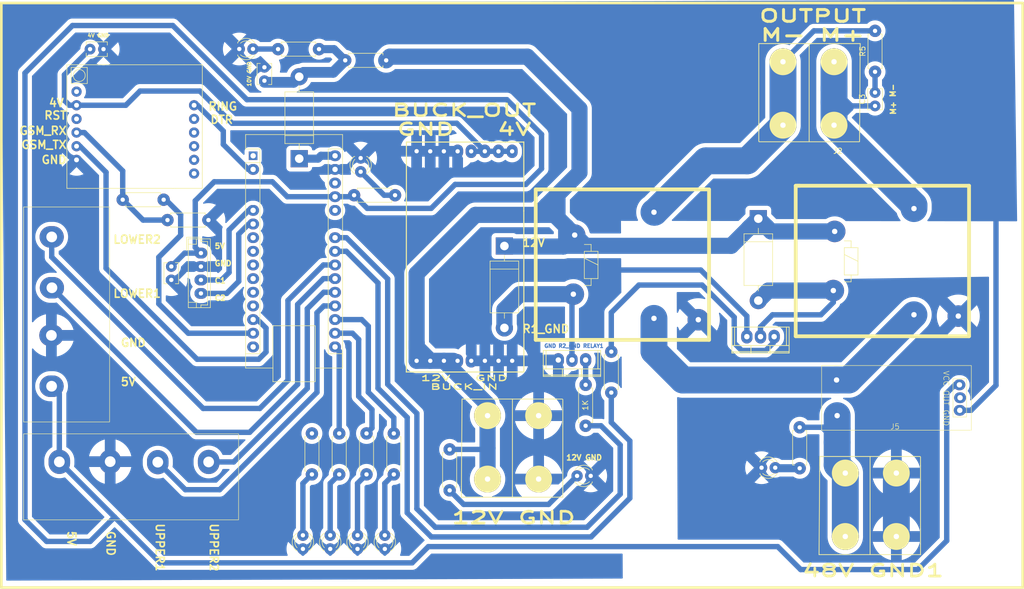
<source format=kicad_pcb>
(kicad_pcb (version 20221018) (generator pcbnew)
  (layers (0 "F.Cu" signal) (31 "B.Cu" signal) (34 "B.Paste" user) (35 "F.Paste" user) (36 "B.SilkS" user "B.Silkscreen") (37 "F.SilkS" user "F.Silkscreen") (38 "B.Mask" user) (39 "F.Mask" user) (44 "Edge.Cuts" user))
  (net 0 "")
  (net 1 "GND")
  (net 2 "/GSM_RX")
  (net 3 "/GSM_TX")
  (net 5 "/C1")
  (net 6 "/C2")
  (net 13 "Net-(A2-D11)")
  (net 15 "/LOWER2")
  (net 16 "/10V_regulated")
  (net 17 "/RELAY1")
  (net 19 "+5V")
  (net 21 "+10V")
  (net 22 "/M+")
  (net 23 "Net-(C3-Pad2)")
  (net 24 "+4V")
  (net 25 "+12V")
  (net 26 "Net-(D4-A)")
  (net 27 "Net-(D5-A)")
  (net 28 "Net-(D6-A)")
  (net 29 "Net-(D7-A)")
  (net 30 "Net-(D8-A)")
  (net 31 "Net-(D9-A)")
  (net 32 "Net-(D10-A)")
  (net 33 "Net-(D11-A)")
  (net 34 "/UPPER1")
  (net 35 "/UPPER2")
  (net 36 "/LOWER1")
  (net 37 "/RELAY2")
  (net 38 "/RST")
  (net 39 "+48V")
  (net 40 "/R1_GND")
  (net 41 "/R2_GND")
  (net 42 "/M-")
  (net 43 "/I1")
  (net 44 "/I2")
  (net 45 "/I3")
  (net 46 "/I4")
  (net 47 "GND1")
  (net 53 "/DTR")
  (net 54 "/RING")
  (net 55 "/+48V_I")
  (net 56 "/OUT")
  (net 57 "Net-(Q1-B)")
  (net 58 "Net-(Q2-B)")
  (footprint "modFiles:LED_D3.0mm" (layer "F.Cu") (at 74.1934 62.7634)
    (fp_text reference "D6" hide)
    (fp_text value "LED" hide)
  )
  (footprint "modFiles:Capacitor_Disc_Small" (layer "F.Cu") (at 61.5442 103.2256 -90)
    (fp_text reference "C6" hide)
    (fp_text value "C_Small" hide)
  )
  (footprint "modFiles:LED_D3.0mm" (layer "F.Cu") (at 101.2698 155.7782 90)
    (fp_text reference "D9" hide)
    (fp_text value "LED" hide)
  )
  (footprint "modFiles:LED_D3.0mm" (layer "F.Cu") (at 96.1898 155.7782 90)
    (fp_text reference "D8" hide)
    (fp_text value "LED" hide)
  )
  (footprint "modFiles:LED_D3.0mm" (layer "F.Cu") (at 96.774 83.058 -90)
    (fp_text reference "D7" hide)
    (fp_text value "LED" hide)
  )
  (footprint "modFiles:Capacitor_Disc_Small" (layer "F.Cu") (at 192.4812 73.3552 90)
    (fp_text reference "C3")
    (fp_text value "C_Small")
  )
  (footprint "modFiles:LED_D3.0mm" (layer "F.Cu") (at 139.578 142.1892 180)
    (fp_text reference "D5" hide)
    (fp_text value "LED" hide)
  )
  (footprint "modFiles:Resistor_small" (layer "F.Cu") (at 89.027 62.7888 180)
    (fp_text reference "R8" hide)
    (fp_text value "220")
  )
  (footprint "modFiles:Diode_Medium" (layer "F.Cu") (at 170.7642 94.3306 -90)
    (fp_text reference "D1" hide)
    (fp_text value "D_Small")
  )
  (footprint "modFiles:Resistor_small" (layer "F.Cu") (at 60.833 94.5896)
    (fp_text reference "R4" hide)
    (fp_text value "2K")
  )
  (footprint "modFiles:Relay_HLS_MEDIUM" (layer "F.Cu") (at 145.0972 102.6318)
    (fp_text reference "Rly2" hide)
    (fp_text value "6V_Relay" hide)
  )
  (footprint "modFiles:Barrier_Terminal_Block" (layer "F.Cu") (at 34.0614 132.1562 90)
    (fp_text reference "J4" hide)
    (fp_text value "Conn_01x04_Pin" hide)
  )
  (footprint "modFiles:Resistor_small" (layer "F.Cu") (at 52.5018 90.805)
    (fp_text reference "R2" hide)
    (fp_text value "1K")
  )
  (footprint "modFiles:LED_D3.0mm" (layer "F.Cu") (at 171.3688 140.6652)
    (fp_text reference "D4" hide)
    (fp_text value "LED" hide)
  )
  (footprint "modFiles:Resistor_small" (layer "F.Cu") (at 138.6332 132.8674 90)
    (fp_text reference "1K")
    (fp_text value "R")
  )
  (footprint "sim800l:SIM800L-CORE" (layer "F.Cu") (at 43.9116 70.6906)
    (fp_text reference "U1" hide)
    (fp_text value "SIM800L-CORE" hide)
  )
  (footprint "modFiles:current sensor" (layer "F.Cu") (at 196.2023 133.5167)
    (fp_text reference "J5")
    (fp_text value "Conn_02x03_Odd_Even")
  )
  (footprint "modFiles:Resistor_small" (layer "F.Cu") (at 92.7862 134.2898 -90)
    (fp_text reference "R12" hide)
    (fp_text value "R_Small" hide)
  )
  (footprint "modFiles:Capacitor_Disc_Small" (layer "F.Cu") (at 46.4258 62.7888)
    (fp_text reference "C5" hide)
    (fp_text value "C_Small" hide)
  )
  (footprint "modFiles:Resistor_small" (layer "F.Cu") (at 113.3348 137.2616 -90)
    (fp_text reference "R7" hide)
    (fp_text value "220")
  )
  (footprint "Module:Arduino_Nano" (layer "F.Cu") (at 76.7688 82.6262)
    (fp_text reference "A2" hide)
    (fp_text value "Arduino_Nano_v2.x" hide)
  )
  (footprint "modFiles:Resistor_small" (layer "F.Cu") (at 95.5548 89.9668)
    (fp_text reference "R9" hide)
    (fp_text value "R_Small" hide)
  )
  (footprint "modFiles:Resistor_small" (layer "F.Cu") (at 97.8662 134.2898 -90)
    (fp_text reference "R10" hide)
    (fp_text value "R_Small" hide)
  )
  (footprint "modFiles:Voltage_Regulators" (layer "F.Cu") (at 136.0932 120.6246 180)
    (fp_text reference "Q2" hide)
    (fp_text value "TIP122" hide)
  )
  (footprint "modFiles:Resistor_small" (layer "F.Cu") (at 93.9038 64.8716)
    (fp_text reference "R1" hide)
    (fp_text value "5 ")
  )
  (footprint "modFiles:Barrier_Terminal_Block" (layer "F.Cu") (at 34.0614 134.366)
    (fp_text reference "J3" hide)
    (fp_text value "Conn_01x04_Pin" hide)
  )
  (footprint "modFiles:LED_D3.0mm" (layer "F.Cu") (at 91.1098 155.7782 90)
    (fp_text reference "D10" hide)
    (fp_text value "LED" hide)
  )
  (footprint "modFiles:Solar_Connector" (layer "F.Cu") (at 180.2279 71.5099 180)
    (fp_text reference "J2")
    (fp_text value "Conn_01x02_Pin" hide)
  )
  (footprint "modFiles:Solar_Connector" (layer "F.Cu") (at 191.5668 147.0914)
    (fp_text reference "J11" hide)
    (fp_text value "Conn_01x02_Pin" hide)
  )
  (footprint "modFiles:Resistor_small" (layer "F.Cu") (at 143.4084 126.6952 90)
    (fp_text reference "R3" hide)
    (fp_text value "1K")
  )
  (footprint "modFiles:Resistor_small" (layer "F.Cu") (at 192.4812 67.0052 90)
    (fp_text reference "R5")
    (fp_text value "R_Small")
  )
  (footprint "modFiles:Solar_Connector" (layer "F.Cu") (at 125.0083 136.4069)
    (fp_text reference "J7" hide)
    (fp_text value "Conn_01x02_Pin" hide)
  )
  (footprint "modFiles:Voltage_Regulators" (layer "F.Cu") (at 171.1706 116.2812 180)
    (fp_text reference "Q1" hide)
    (fp_text value "TIP122" hide)
  )
  (footprint "modFiles:jst_4" (layer "F.Cu") (at 67.056 100.7364 -90)
    (fp_text reference "J8" hide)
    (fp_text value "Conn_01x04" hide)
  )
  (footprint "modFiles:Resistor_small" (layer "F.Cu") (at 87.7062 134.2898 -90)
    (fp_text reference "R13" hide)
    (fp_text value "R_Small" hide)
  )
  (footprint "modFiles:Resistor_small" (layer "F.Cu") (at 102.9462 134.2898 -90)
    (fp_text reference "R11" hide)
    (fp_text value "R_Small" hide)
  )
  (footprint "modFiles:Diode_Medium" (layer "F.Cu") (at 85.344 83.1646 90)
    (fp_text reference "D2" hide)
    (fp_text value "D_Small" hide)
  )
  (footprint "modFiles:Buck_Regulator" (layer "F.Cu") (at 107.188 120.777 90)
    (fp_text reference "U3" hide)
    (fp_text value "Buck" hide)
  )
  (footprint "modFiles:Relay_HLS_MEDIUM" (layer "F.Cu") (at 193.4718 101.9556)
    (fp_text reference "Rly1" hide)
    (fp_text value "6V_Relay" hide)
  )
  (footprint "modFiles:Diode_Medium" (layer "F.Cu") (at 123.5202 99.4156 -90)
    (fp_text reference "D3" hide)
    (fp_text value "D_Small" hide)
  )
  (footprint "modFiles:Resistor_small" (layer "F.Cu") (at 178.4604 133.1468 -90)
    (fp_text reference "R6" hide)
    (fp_text value "220")
  )
  (footprint "modFiles:LED_D3.0mm" (layer "F.Cu") (at 86.0298 155.7782 90)
    (fp_text reference "D11" hide)
    (fp_text value "LED" hide)
  )
  (footprint "modFiles:Capacitor_Disc_Small" (layer "F.Cu") (at 78.867 68.6616 90)
    (fp_text reference "C4" hide)
    (fp_text value "C_Small" hide)
  )
  (gr_rect (start 29.9212 54.2036) (end 219.964 162.9664) (stroke (width 0.5)) (fill none) (layer "F.SilkS"))
  (gr_text "GND	R2_GND RELAY1" (at 130.8608 118.4148) (layer "B.Cu") (effects (font (size 0.7 0.7) (thickness 0.175) bold) (justify left bottom)))
  (gr_text "5V \n\nGND\n\nC1\n\nC2" (at 69.4944 109.6772) (layer "F.SilkS") (effects (font (size 1 1) (thickness 0.25) bold) (justify left bottom)))
  (gr_text "4V GND" (at 45.8724 60.6552) (layer "F.SilkS") (effects (font (size 0.7 0.7) (thickness 0.175) bold) (justify left bottom)))
  (gr_text "GSM_TX" (at 33.4772 81.4578) (layer "F.SilkS") (effects (font (size 1.5 1.5) (thickness 0.3) bold) (justify left bottom)))
  (gr_text "12V GND" (at 134.8994 139.3698) (layer "F.SilkS") (effects (font (size 1 1) (thickness 0.25) bold) (justify left bottom)))
  (gr_text "12V   GND\nBUCK_IN" (at 116.0526 124.8156) (layer "F.SilkS") (effects (font (size 1 2) (thickness 0.25) bold)))
  (gr_text "BUCK_OUT\nGND   4V" (at 116.0272 75.946) (layer "F.SilkS") (effects (font (size 2.2 3.5) (thickness 0.5) bold)))
  (gr_text "RING" (at 68.2752 74.3204) (layer "F.SilkS") (effects (font (size 1.5 1.5) (thickness 0.3) bold) (justify left bottom)))
  (gr_text "OUTPUT\nM- M+" (at 180.8734 58.3946) (layer "F.SilkS") (effects (font (size 2.2 3.5) (thickness 0.55) bold)))
  (gr_text "GSM_RX" (at 33.1216 78.8416) (layer "F.SilkS") (effects (font (size 1.5 1.5) (thickness 0.3) bold) (justify left bottom)))
  (gr_text "M-" (at 196.3928 71.8312 90) (layer "F.SilkS") (effects (font (size 1 1) (thickness 0.25) bold) (justify left bottom)))
  (gr_text "M+" (at 196.4436 75.1078 90) (layer "F.SilkS") (effects (font (size 1 1) (thickness 0.25) bold) (justify left bottom)))
  (gr_text "LOWER1" (at 50.5968 109.1438) (layer "F.SilkS") (effects (font (size 1.5 1.5) (thickness 0.3) bold) (justify left bottom)))
  (gr_text "4V" (at 38.608 73.66) (layer "F.SilkS") (effects (font (size 1.5 1.5) (thickness 0.3) bold) (justify left bottom)))
  (gr_text "RST" (at 37.7444 75.9968) (layer "F.SilkS") (effects (font (size 1.5 1.5) (thickness 0.3) bold) (justify left bottom)))
  (gr_text "GND" (at 49.403 152.273 -90) (layer "F.SilkS") (effects (font (size 1.5 1.5) (thickness 0.3) bold) (justify left bottom)))
  (gr_text "5V\n\n" (at 39.7002 152.273 -90) (layer "F.SilkS") (effects (font (size 1.5 1.5) (thickness 0.3) bold) (justify left bottom)))
  (gr_text "GND" (at 37.2364 84.2518) (layer "F.SilkS") (effects (font (size 1.5 1.5) (thickness 0.3) bold) (justify left bottom)))
  (gr_text "5V\n\n" (at 51.9938 127.9906) (layer "F.SilkS") (effects (font (size 1.5 1.5) (thickness 0.3) bold) (justify left bottom)))
  (gr_text "UPPER1" (at 58.547 150.876 270) (layer "F.SilkS") (effects (font (size 1.5 1.5) (thickness 0.3) bold) (justify left bottom)))
  (gr_text "12V GND" (at 113.411 151.257) (layer "F.SilkS") (effects (font (size 2.2 3.5) (thickness 0.5) bold) (justify left bottom)))
  (gr_text "\n" (at 37.719 76.581) (layer "F.SilkS") (effects (font (size 1.5 1.5) (thickness 0.3) bold) (justify left bottom)))
  (gr_text "12V\n" (at 126.6952 99.6696) (layer "F.SilkS") (effects (font (size 1.5 1.5) (thickness 0.3) bold) (justify left bottom)))
  (gr_text "10V GND" (at 76.454 69.8246 90) (layer "F.SilkS") (effects (font (size 0.7 0.7) (thickness 0.175) bold) (justify left bottom)))
  (gr_text "GND" (at 51.9938 118.2878) (layer "F.SilkS") (effects (font (size 1.5 1.5) (thickness 0.3) bold) (justify left bottom)))
  (gr_text "DTR" (at 68.6562 76.7842) (layer "F.SilkS") (effects (font (size 1.5 1.5) (thickness 0.3) bold) (justify left bottom)))
  (gr_text "R1_GND" (at 126.6952 115.7224) (layer "F.SilkS") (effects (font (size 1.5 1.5) (thickness 0.3) bold) (justify left bottom)))
  (gr_text "UPPER2" (at 68.6054 150.876 270) (layer "F.SilkS") (effects (font (size 1.5 1.5) (thickness 0.3) bold) (justify left bottom)))
  (gr_text "48V GND1" (at 178.6128 161.1122) (layer "F.SilkS") (effects (font (size 2.2 3.5) (thickness 0.5) bold) (justify left bottom)))
  (gr_text "LOWER2\n" (at 50.5968 99.0854) (layer "F.SilkS") (effects (font (size 1.5 1.5) (thickness 0.3) bold) (justify left bottom)))
  (segment (start 168.6306 112.465616) (end 160.050984 103.886) (width 1) (layer "B.Cu") (net 1))
  (segment (start 160.050984 103.886) (end 120.746016 103.886) (width 1) (layer "B.Cu") (net 1))
  (segment (start 214.9856 125.3434) (end 214.9856 90.7288) (width 1) (layer "B.Cu") (net 1))
  (segment (start 208.2423 129.9867) (end 210.3423 129.9867) (width 1) (layer "B.Cu") (net 1))
  (segment (start 120.746016 103.886) (end 117.348 107.284016) (width 1) (layer "B.Cu") (net 1))
  (segment (start 168.6306 116.2812) (end 168.6306 112.465616) (width 1) (layer "B.Cu") (net 1))
  (segment (start 214.9856 90.7288) (end 212.3186 88.0618) (width 1) (layer "B.Cu") (net 1))
  (segment (start 117.348 107.284016) (end 117.348 120.777) (width 1) (layer "B.Cu") (net 1))
  (segment (start 210.3423 129.9867) (end 214.9856 125.3434) (width 1) (layer "B.Cu") (net 1))
  (segment (start 56.2864 94.5896) (end 60.833 94.5896) (width 1) (layer "B.Cu") (net 2))
  (segment (start 52.5018 85.4456) (end 45.3668 78.3106) (width 1) (layer "B.Cu") (net 2))
  (segment (start 45.3668 78.3106) (end 43.9116 78.3106) (width 1) (layer "B.Cu") (net 2))
  (segment (start 52.5018 90.805) (end 52.5018 85.4456) (width 1) (layer "B.Cu") (net 2))
  (segment (start 52.5018 90.805) (end 56.2864 94.5896) (width 1) (layer "B.Cu") (net 2))
  (segment (start 66.3334 120.4862) (end 77.821491 120.4862) (width 1) (layer "B.Cu") (net 3))
  (segment (start 77.821491 120.4862) (end 79.1688 119.138891) (width 1) (layer "B.Cu") (net 3))
  (segment (start 49.403 103.5558) (end 66.3334 120.4862) (width 1) (layer "B.Cu") (net 3))
  (segment (start 43.9116 80.8506) (end 44.553581 80.8506) (width 1) (layer "B.Cu") (net 3))
  (segment (start 49.403 85.700019) (end 49.403 103.5558) (width 1) (layer "B.Cu") (net 3))
  (segment (start 79.1688 119.138891) (end 79.1688 114.693509) (width 1) (layer "B.Cu") (net 3))
  (segment (start 44.553581 80.8506) (end 49.403 85.700019) (width 1) (layer "B.Cu") (net 3))
  (segment (start 79.1688 114.693509) (end 77.581491 113.1062) (width 1) (layer "B.Cu") (net 3))
  (segment (start 77.581491 113.1062) (end 76.7688 113.1062) (width 1) (layer "B.Cu") (net 3))
  (segment (start 72.2918 96.444925) (end 75.950525 92.7862) (width 1) (layer "B.Cu") (net 5))
  (segment (start 75.950525 92.7862) (end 76.7688 92.7862) (width 1) (layer "B.Cu") (net 5))
  (segment (start 67.056 105.7364) (end 70.8952 105.7364) (width 1) (layer "B.Cu") (net 5))
  (segment (start 70.8952 105.7364) (end 72.2918 104.3398) (width 1) (layer "B.Cu") (net 5))
  (segment (start 76.7688 93.0262) (end 76.7688 92.7862) (width 1) (layer "B.Cu") (net 5))
  (segment (start 72.2918 104.3398) (end 72.2918 96.444925) (width 1) (layer "B.Cu") (net 5))
  (segment (start 71.8496 108.2364) (end 67.056 108.2364) (width 1) (layer "B.Cu") (net 6))
  (segment (start 76.7688 95.3262) (end 75.956109 95.3262) (width 1) (layer "B.Cu") (net 6))
  (segment (start 74.0918 97.190509) (end 74.0918 105.9942) (width 1) (layer "B.Cu") (net 6))
  (segment (start 75.956109 95.3262) (end 74.0918 97.190509) (width 1) (layer "B.Cu") (net 6))
  (segment (start 74.0918 105.9942) (end 71.8496 108.2364) (width 1) (layer "B.Cu") (net 6))
  (segment (start 60.513224 90.805) (end 63.283 93.574776) (width 1) (layer "B.Cu") (net 13))
  (segment (start 63.283 97.4228) (end 59.2188 101.487) (width 1) (layer "B.Cu") (net 13))
  (segment (start 63.283 93.574776) (end 63.283 97.4228) (width 1) (layer "B.Cu") (net 13))
  (segment (start 59.2188 101.487) (end 59.2188 110.1712) (width 1) (layer "B.Cu") (net 13))
  (segment (start 59.2188 110.1712) (end 64.6938 115.6462) (width 1) (layer "B.Cu") (net 13))
  (segment (start 64.6938 115.6462) (end 76.7688 115.6462) (width 1) (layer "B.Cu") (net 13))
  (segment (start 60.1218 90.805) (end 60.513224 90.805) (width 1) (layer "B.Cu") (net 13))
  (segment (start 78.012048 129.6416) (end 67.4624 129.6416) (width 1) (layer "B.Cu") (net 15))
  (segment (start 39.2914 101.4706) (end 39.2914 97.7262) (width 1) (layer "B.Cu") (net 15))
  (segment (start 92.0088 102.9462) (end 89.847632 102.9462) (width 1) (layer "B.Cu") (net 15))
  (segment (start 67.4624 129.6416) (end 39.2914 101.4706) (width 1) (layer "B.Cu") (net 15))
  (segment (start 83.246 109.547832) (end 83.246 124.407648) (width 1) (layer "B.Cu") (net 15))
  (segment (start 83.246 124.407648) (end 78.012048 129.6416) (width 1) (layer "B.Cu") (net 15))
  (segment (start 89.847632 102.9462) (end 83.246 109.547832) (width 1) (layer "B.Cu") (net 15))
  (segment (start 88.8492 83.1646) (end 85.344 83.1646) (width 1.5) (layer "B.Cu") (net 16))
  (segment (start 89.3876 82.6262) (end 88.8492 83.1646) (width 1.5) (layer "B.Cu") (net 16))
  (segment (start 92.0088 82.6262) (end 89.3876 82.6262) (width 1.5) (layer "B.Cu") (net 16))
  (segment (start 100.0032 106.3006) (end 100.0032 125.8858) (width 1) (layer "B.Cu") (net 17))
  (segment (start 100.0032 125.8858) (end 105.4354 131.318) (width 1) (layer "B.Cu") (net 17))
  (segment (start 146.8628 146.3294) (end 146.8628 135.684616) (width 1) (layer "B.Cu") (net 17))
  (segment (start 92.0088 100.4062) (end 94.1088 100.4062) (width 1) (layer "B.Cu") (net 17))
  (segment (start 143.4084 132.230216) (end 143.4084 126.6952) (width 1) (layer "B.Cu") (net 17))
  (segment (start 94.1088 100.4062) (end 100.0032 106.3006) (width 1) (layer "B.Cu") (net 17))
  (segment (start 139.6458 153.5464) (end 146.8628 146.3294) (width 1) (layer "B.Cu") (net 17))
  (segment (start 105.4354 149.0472) (end 109.9346 153.5464) (width 1) (layer "B.Cu") (net 17))
  (segment (start 105.4354 131.318) (end 105.4354 149.0472) (width 1) (layer "B.Cu") (net 17))
  (segment (start 109.9346 153.5464) (end 139.6458 153.5464) (width 1) (layer "B.Cu") (net 17))
  (segment (start 146.8628 135.684616) (end 143.4084 132.230216) (width 1) (layer "B.Cu") (net 17))
  (segment (start 40.7114 126.9462) (end 39.2714 125.5062) (width 1) (layer "B.Cu") (net 19))
  (segment (start 123.9774 72.1868) (end 75.6158 72.1868) (width 1) (layer "B.Cu") (net 19))
  (segment (start 61.5442 103.2256) (end 64.0334 100.7364) (width 1) (layer "B.Cu") (net 19))
  (segment (start 61.8236 58.3946) (end 43.1546 58.3946) (width 1) (layer "B.Cu") (net 19))
  (segment (start 207.349609 125.2467) (end 205.8162 126.780109) (width 1) (layer "B.Cu") (net 19))
  (segment (start 80.3404 87.4662) (end 83.1204 90.2462) (width 1) (layer "B.Cu") (net 19))
  (segment (start 98.0048 92.4168) (end 109.8942 92.4168) (width 1) (layer "B.Cu") (net 19))
  (segment (start 83.1204 90.2462) (end 92.0088 90.2462) (width 1) (layer "B.Cu") (net 19))
  (segment (start 66.003 90.9944) (end 69.5312 87.4662) (width 1) (layer "B.Cu") (net 19))
  (segment (start 75.6158 72.1868) (end 61.8236 58.3946) (width 1) (layer "B.Cu") (net 19))
  (segment (start 95.5548 89.9668) (end 98.0048 92.4168) (width 1) (layer "B.Cu") (net 19))
  (segment (start 34.3154 150.3426) (end 38.354 154.3812) (width 1) (layer "B.Cu") (net 19))
  (segment (start 59.5044 158.369) (end 50.9866 149.8512) (width 1) (layer "B.Cu") (net 19))
  (segment (start 50.9866 149.8512) (end 40.7114 139.576) (width 1) (layer "B.Cu") (net 19))
  (segment (start 95.2754 90.2462) (end 95.5548 89.9668) (width 1) (layer "B.Cu") (net 19))
  (segment (start 109.8942 92.4168) (end 114.3508 87.9602) (width 1) (layer "B.Cu") (net 19))
  (segment (start 40.7114 139.576) (end 40.7114 126.9462) (width 1) (layer "B.Cu") (net 19))
  (segment (start 92.0088 90.2462) (end 95.2754 90.2462) (width 1) (layer "B.Cu") (net 19))
  (segment (start 127.508 87.9602) (end 130.429 85.0392) (width 1) (layer "B.Cu") (net 19))
  (segment (start 208.1823 125.2467) (end 207.349609 125.2467) (width 1) (layer "B.Cu") (net 19))
  (segment (start 34.3154 67.2338) (end 34.3154 150.3426) (width 1) (layer "B.Cu") (net 19))
  (segment (start 69.5312 87.4662) (end 80.3404 87.4662) (width 1) (layer "B.Cu") (net 19))
  (segment (start 66.003 99.6834) (end 66.003 90.9944) (width 1) (layer "B.Cu") (net 19))
  (segment (start 46.4566 154.3812) (end 50.9866 149.8512) (width 1) (layer "B.Cu") (net 19))
  (segment (start 64.0334 100.7364) (end 67.056 100.7364) (width 1) (layer "B.Cu") (net 19))
  (segment (start 130.429 85.0392) (end 130.429 78.6384) (width 1) (layer "B.Cu") (net 19))
  (segment (start 106.3498 158.369) (end 59.5044 158.369) (width 1) (layer "B.Cu") (net 19))
  (segment (start 114.3508 87.9602) (end 127.508 87.9602) (width 1) (layer "B.Cu") (net 19))
  (segment (start 205.8162 154.2542) (end 200.4568 159.6136) (width 1) (layer "B.Cu") (net 19))
  (segment (start 43.1546 58.3946) (end 34.3154 67.2338) (width 1) (layer "B.Cu") (net 19))
  (segment (start 130.429 78.6384) (end 123.9774 72.1868) (width 1) (layer "B.Cu") (net 19))
  (segment (start 205.8162 126.780109) (end 205.8162 154.2542) (width 1) (layer "B.Cu") (net 19))
  (segment (start 67.056 100.7364) (end 66.003 99.6834) (width 1) (layer "B.Cu") (net 19))
  (segment (start 178.6382 159.6136) (end 174.371 155.3464) (width 1) (layer "B.Cu") (net 19))
  (segment (start 38.354 154.3812) (end 46.4566 154.3812) (width 1) (layer "B.Cu") (net 19))
  (segment (start 109.3724 155.3464) (end 106.3498 158.369) (width 1) (layer "B.Cu") (net 19))
  (segment (start 200.4568 159.6136) (end 178.6382 159.6136) (width 1) (layer "B.Cu") (net 19))
  (segment (start 174.371 155.3464) (end 109.3724 155.3464) (width 1) (layer "B.Cu") (net 19))
  (segment (start 86.1618 67.1068) (end 85.344 67.9246) (width 2) (layer "B.Cu") (net 21))
  (segment (start 91.821 62.7888) (end 93.9038 64.8716) (width 1.5) (layer "B.Cu") (net 21))
  (segment (start 89.027 62.7888) (end 91.821 62.7888) (width 1.5) (layer "B.Cu") (net 21))
  (segment (start 85.344 67.9246) (end 84.307 68.9616) (width 2) (layer "B.Cu") (net 21))
  (segment (start 84.307 68.9616) (end 78.867 68.9616) (width 2) (layer "B.Cu") (net 21))
  (segment (start 93.9038 64.8716) (end 91.6686 67.1068) (width 2) (layer "B.Cu") (net 21))
  (segment (start 91.6686 67.1068) (end 86.1618 67.1068) (width 2) (layer "B.Cu") (net 21))
  (segment (start 187.452 73.3552) (end 187.4266 73.3806) (width 1) (layer "B.Cu") (net 22))
  (segment (start 184.8505 70.1294) (end 184.8505 65.1363) (width 5) (layer "B.Cu") (net 22))
  (segment (start 187.96 73.3552) (end 187.96 73.2389) (width 1) (layer "B.Cu") (net 22))
  (segment (start 192.4812 73.3552) (end 187.96 73.3552) (width 1) (layer "B.Cu") (net 22))
  (segment (start 199.7218 91.8076) (end 184.8505 76.9363) (width 5) (layer "B.Cu") (net 22))
  (segment (start 184.8505 76.9363) (end 184.8505 72.644) (width 5) (layer "B.Cu") (net 22))
  (segment (start 187.96 73.3552) (end 187.452 73.3552) (width 1) (layer "B.Cu") (net 22))
  (segment (start 187.96 73.3552) (end 187.96 73.8268) (width 1) (layer "B.Cu") (net 22))
  (segment (start 199.7218 92.4556) (end 199.7218 91.8076) (width 5) (layer "B.Cu") (net 22))
  (segment (start 187.96 73.2389) (end 184.8505 70.1294) (width 1) (layer "B.Cu") (net 22))
  (segment (start 187.96 73.8268) (end 184.8505 76.9363) (width 1) (layer "B.Cu") (net 22))
  (segment (start 184.8505 72.644) (end 184.8505 70.1294) (width 5) (layer "B.Cu") (net 22))
  (segment (start 192.4812 67.0052) (end 192.4812 70.8552) (width 1) (layer "B.Cu") (net 23))
  (segment (start 43.9116 73.2306) (end 42.568098 73.2306) (width 1) (layer "B.Cu") (net 24))
  (segment (start 53.0836 73.2306) (end 55.7276 70.5866) (width 1) (layer "B.Cu") (net 24))
  (segment (start 42.568098 73.2306) (end 41.6616 72.324102) (width 1) (layer "B.Cu") (net 24))
  (segment (start 117.338 81.797) (end 124.958 81.797) (width 1) (layer "B.Cu") (net 24))
  (segment (start 114.662 76.581) (end 119.878 81.797) (width 1) (layer "B.Cu") (net 24))
  (segment (start 41.6616 67.553) (end 46.4258 62.7888) (width 1) (layer "B.Cu") (net 24))
  (segment (start 66.8528 70.5866) (end 72.8472 76.581) (width 1) (layer "B.Cu") (net 24))
  (segment (start 72.8472 76.581) (end 114.662 76.581) (width 1) (layer "B.Cu") (net 24))
  (segment (start 41.6616 72.324102) (end 41.6616 67.553) (width 1) (layer "B.Cu") (net 24))
  (segment (start 43.9116 73.2306) (end 53.0836 73.2306) (width 1) (layer "B.Cu") (net 24))
  (segment (start 55.7276 70.5866) (end 66.8528 70.5866) (width 1) (layer "B.Cu") (net 24))
  (segment (start 113.3348 137.2616) (end 120.1571 137.2616) (width 1) (layer "B.Cu") (net 25))
  (segment (start 131.4069 91.8337) (end 133.4008 89.8398) (width 3) (layer "B.Cu") (net 25))
  (segment (start 118.1354 93.6244) (end 129.6162 93.6244) (width 3) (layer "B.Cu") (net 25))
  (segment (start 120.3857 128.8947) (end 112.268 120.777) (width 3) (layer "B.Cu") (net 25))
  (segment (start 137.4902 85.7504) (end 137.4902 73.8886) (width 3) (layer "B.Cu") (net 25))
  (segment (start 102.2096 64.1858) (end 101.5238 64.8716) (width 3) (layer "B.Cu") (net 25))
  (segment (start 133.4008 89.8398) (end 137.4902 85.7504) (width 3) (layer "B.Cu") (net 25))
  (segment (start 173.1392 96.7056) (end 172.3034 95.8698) (width 3) (layer "B.Cu") (net 25))
  (segment (start 172.3034 95.8698) (end 170.7642 94.3306) (width 3) (layer "B.Cu") (net 25))
  (segment (start 131.4069 92.1915) (end 131.4069 91.8337) (width 3) (layer "B.Cu") (net 25))
  (segment (start 134.4618 99.5172) (end 123.6218 99.5172) (width 3) (layer "B.Cu") (net 25))
  (segment (start 123.6218 99.5172) (end 123.5202 99.4156) (width 3) (layer "B.Cu") (net 25))
  (segment (start 107.188 120.777) (end 107.188 117.3988) (width 3) (layer "B.Cu") (net 25))
  (segment (start 138.5972 99.3818) (end 165.713 99.3818) (width 3) (layer "B.Cu") (net 25))
  (segment (start 168.9583 96.1365) (end 169.225 95.8698) (width 3) (layer "B.Cu") (net 25))
  (segment (start 133.4008 93.6752) (end 133.35 93.6244) (width 3) (layer "B.Cu") (net 25))
  (segment (start 107.188 117.3988) (end 107.188 118.237) (width 3) (layer "B.Cu") (net 25))
  (segment (start 169.225 95.8698) (end 172.3034 95.8698) (width 3) (layer "B.Cu") (net 25))
  (segment (start 107.188 104.5718) (end 118.1354 93.6244) (width 3) (layer "B.Cu") (net 25))
  (segment (start 134.5972 99.3818) (end 138.5972 99.3818) (width 3) (layer "B.Cu") (net 25))
  (segment (start 133.4008 93.6752) (end 133.4008 89.8398) (width 3) (layer "B.Cu") (net 25))
  (segment (start 107.188 118.237) (end 109.728 120.777) (width 3) (layer "B.Cu") (net 25))
  (segment (start 134.4618 99.5172) (end 134.5972 99.3818) (width 3) (layer "B.Cu") (net 25))
  (segment (start 136.5972 97.3818) (end 134.9999 95.7845) (width 3) (layer "B.Cu") (net 25))
  (segment (start 107.188 120.777) (end 114.023 120.777) (width 3) (layer "B.Cu") (net 25))
  (segment (start 137.4902 73.8886) (end 127.7874 64.1858) (width 3) (layer "B.Cu") (net 25))
  (segment (start 165.713 99.3818) (end 168.9583 96.1365) (width 3) (layer "B.Cu") (net 25))
  (segment (start 107.188 117.3988) (end 107.188 104.5718) (width 3) (layer "B.Cu") (net 25))
  (segment (start 129.6162 93.6244) (end 131.4069 91.8337) (width 3) (layer "B.Cu") (net 25))
  (segment (start 134.9999 95.7845) (end 135.0108 95.7954) (width 3) (layer "B.Cu") (net 25))
  (segment (start 184.9718 96.7056) (end 173.1392 96.7056) (width 3) (layer "B.Cu") (net 25))
  (segment (start 120.3857 137.033) (end 120.3857 142.7805) (width 3) (layer "B.Cu") (net 25))
  (segment (start 134.9999 95.7845) (end 133.1457 93.9303) (width 3) (layer "B.Cu") (net 25))
  (segment (start 168.9583 96.1365) (end 170.7642 94.3306) (width 3) (layer "B.Cu") (net 25))
  (segment (start 136.5972 97.3818) (end 135.0108 98.9682) (width 3) (layer "B.Cu") (net 25))
  (segment (start 120.3857 130.9805) (end 120.3857 128.8947) (width 3) (layer "B.Cu") (net 25))
  (segment (start 133.35 93.6244) (end 129.6162 93.6244) (width 3) (layer "B.Cu") (net 25))
  (segment (start 135.0108 98.9682) (end 134.4618 99.5172) (width 3) (layer "B.Cu") (net 25))
  (segment (start 127.7874 64.1858) (end 102.2096 64.1858) (width 3) (layer "B.Cu") (net 25))
  (segment (start 120.3857 130.9805) (end 120.3857 137.033) (width 3) (layer "B.Cu") (net 25))
  (segment (start 136.5972 97.3818) (end 138.5972 99.3818) (width 3) (layer "B.Cu") (net 25))
  (segment (start 133.1457 93.9303) (end 131.4069 92.1915) (width 3) (layer "B.Cu") (net 25))
  (segment (start 133.1457 93.9303) (end 133.4008 93.6752) (width 3) (layer "B.Cu") (net 25))
  (segment (start 135.0108 95.7954) (end 135.0108 98.9682) (width 3) (layer "B.Cu") (net 25))
  (segment (start 120.1571 137.2616) (end 120.3857 137.033) (width 1) (layer "B.Cu") (net 25))
  (segment (start 174.0704 140.7668) (end 173.9688 140.6652) (width 1.5) (layer "B.Cu") (net 26))
  (segment (start 178.4604 140.7668) (end 174.0704 140.7668) (width 1.5) (layer "B.Cu") (net 26))
  (segment (start 131.7294 147.4978) (end 137.038 142.1892) (width 1) (layer "B.Cu") (net 27))
  (segment (start 113.3348 144.8816) (end 115.951 147.4978) (width 1) (layer "B.Cu") (net 27))
  (segment (start 115.951 147.4978) (end 131.7294 147.4978) (width 1) (layer "B.Cu") (net 27))
  (segment (start 76.7334 62.7634) (end 81.3816 62.7634) (width 1) (layer "B.Cu") (net 28))
  (segment (start 81.3816 62.7634) (end 81.407 62.7888) (width 1) (layer "B.Cu") (net 28))
  (segment (start 101.1428 89.9668) (end 96.774 85.598) (width 1) (layer "B.Cu") (net 29))
  (segment (start 103.1748 89.9668) (end 101.1428 89.9668) (width 1) (layer "B.Cu") (net 29))
  (segment (start 96.1898 153.2382) (end 96.1898 143.5862) (width 1) (layer "B.Cu") (net 30))
  (segment (start 96.1898 143.5862) (end 97.8662 141.9098) (width 1) (layer "B.Cu") (net 30))
  (segment (start 101.2698 143.5862) (end 102.9462 141.9098) (width 1) (layer "B.Cu") (net 31))
  (segment (start 101.2698 153.2382) (end 101.2698 143.5862) (width 1) (layer "B.Cu") (net 31))
  (segment (start 91.1098 153.2382) (end 91.1098 143.5862) (width 1) (layer "B.Cu") (net 32))
  (segment (start 91.1098 143.5862) (end 92.7862 141.9098) (width 1) (layer "B.Cu") (net 32))
  (segment (start 86.0298 153.2382) (end 86.0298 143.5862) (width 1) (layer "B.Cu") (net 33))
  (segment (start 86.0298 143.5862) (end 87.7062 141.9098) (width 1) (layer "B.Cu") (net 33))
  (segment (start 92.0088 108.0262) (end 89.9088 108.0262) (width 1) (layer "B.Cu") (net 34))
  (segment (start 73.148816 139.596) (end 68.4914 139.596) (width 1) (layer "B.Cu") (net 34))
  (segment (start 89.9088 108.0262) (end 86.846 111.089) (width 1) (layer "B.Cu") (net 34))
  (segment (start 86.846 111.089) (end 86.846 125.898816) (width 1) (layer "B.Cu") (net 34))
  (segment (start 86.846 125.898816) (end 73.148816 139.596) (width 1) (layer "B.Cu") (net 34))
  (segment (start 64.15 144.7546) (end 59.0314 139.636) (width 1) (layer "B.Cu") (net 35))
  (segment (start 70.5358 144.7546) (end 64.15 144.7546) (width 1) (layer "B.Cu") (net 35))
  (segment (start 88.646 126.6444) (end 70.5358 144.7546) (width 1) (layer "B.Cu") (net 35))
  (segment (start 88.646 111.834584) (end 88.646 126.6444) (width 1) (layer "B.Cu") (net 35))
  (segment (start 89.914384 110.5662) (end 88.646 111.834584) (width 1) (layer "B.Cu") (net 35))
  (segment (start 92.0088 110.5662) (end 89.914384 110.5662) (width 1) (layer "B.Cu") (net 35))
  (segment (start 66.2318 134.0866) (end 39.3314 107.1862) (width 1) (layer "B.Cu") (net 36))
  (segment (start 89.853216 105.4862) (end 85.046 110.293416) (width 1) (layer "B.Cu") (net 36))
  (segment (start 85.046 110.293416) (end 85.046 125.153232) (width 1) (layer "B.Cu") (net 36))
  (segment (start 85.046 125.153232) (end 76.112632 134.0866) (width 1) (layer "B.Cu") (net 36))
  (segment (start 92.0088 105.4862) (end 89.853216 105.4862) (width 1) (layer "B.Cu") (net 36))
  (segment (start 76.112632 134.0866) (end 66.2318 134.0866) (width 1) (layer "B.Cu") (net 36))
  (segment (start 141.5 132.8674) (end 138.6332 132.8674) (width 1) (layer "B.Cu") (net 37))
  (segment (start 145.0628 136.4302) (end 141.5 132.8674) (width 1) (layer "B.Cu") (net 37))
  (segment (start 101.8032 105.555016) (end 101.8032 125.140216) (width 1) (layer "B.Cu") (net 37))
  (segment (start 101.8032 125.140216) (end 107.2354 130.572416) (width 1) (layer "B.Cu") (net 37))
  (segment (start 138.900216 151.7464) (end 145.0628 145.583816) (width 1) (layer "B.Cu") (net 37))
  (segment (start 110.680184 151.7464) (end 138.900216 151.7464) (width 1) (layer "B.Cu") (net 37))
  (segment (start 107.2354 148.301616) (end 110.680184 151.7464) (width 1) (layer "B.Cu") (net 37))
  (segment (start 145.0628 145.583816) (end 145.0628 136.4302) (width 1) (layer "B.Cu") (net 37))
  (segment (start 92.0088 97.8662) (end 94.114384 97.8662) (width 1) (layer "B.Cu") (net 37))
  (segment (start 94.114384 97.8662) (end 101.8032 105.555016) (width 1) (layer "B.Cu") (net 37))
  (segment (start 107.2354 130.572416) (end 107.2354 148.301616) (width 1) (layer "B.Cu") (net 37))
  (segment (start 185.4323 135.9662) (end 185.4323 133.4516) (width 5) (layer "B.Cu") (net 39))
  (segment (start 178.4604 133.1468) (end 182.7784 133.1468) (width 1) (layer "B.Cu") (net 39))
  (segment (start 186.9442 141.665) (end 185.4323 140.1531) (width 5) (layer "B.Cu") (net 39))
  (segment (start 182.7784 133.3123) (end 185.4323 135.9662) (width 1) (layer "B.Cu") (net 39))
  (segment (start 185.4323 133.4516) (end 185.4323 130.9767) (width 5) (layer "B.Cu") (net 39))
  (segment (start 186.9442 153.465) (end 186.9442 141.665) (width 5) (layer "B.Cu") (net 39))
  (segment (start 182.7784 133.1468) (end 182.7784 133.3123) (width 1) (layer "B.Cu") (net 39))
  (segment (start 185.1275 133.1468) (end 185.4323 133.4516) (width 1) (layer "B.Cu") (net 39))
  (segment (start 182.7784 133.1468) (end 185.1275 133.1468) (width 1) (layer "B.Cu") (net 39))
  (segment (start 185.4323 140.1531) (end 185.4323 135.9662) (width 5) (layer "B.Cu") (net 39))
  (segment (start 171.1706 116.2812) (end 171.1706 114.4512) (width 1) (layer "B.Cu") (net 40))
  (segment (start 172.6292 107.7056) (end 170.7642 109.5706) (width 3) (layer "B.Cu") (net 40))
  (segment (start 184.7218 109.8928) (end 184.7218 107.7056) (width 1) (layer "B.Cu") (net 40))
  (segment (start 171.1706 114.4512) (end 173.4046 112.2172) (width 1) (layer "B.Cu") (net 40))
  (segment (start 182.3974 112.2172) (end 184.7218 109.8928) (width 1) (layer "B.Cu") (net 40))
  (segment (start 184.7218 107.7056) (end 172.6292 107.7056) (width 3) (layer "B.Cu") (net 40))
  (segment (start 173.4046 112.2172) (end 182.3974 112.2172) (width 1) (layer "B.Cu") (net 40))
  (segment (start 136.0932 120.6246) (end 136.0932 108.6358) (width 1) (layer "B.Cu") (net 41))
  (segment (start 126.4108 108.3818) (end 123.5202 111.2724) (width 3) (layer "B.Cu") (net 41))
  (segment (start 123.5202 111.2724) (end 123.5202 114.6556) (width 3) (layer "B.Cu") (net 41))
  (segment (start 136.3472 108.3818) (end 126.4108 108.3818) (width 3) (layer "B.Cu") (net 41))
  (segment (start 136.0932 108.6358) (end 136.3472 108.3818) (width 1) (layer "B.Cu") (net 41))
  (segment (start 151.3472 93.1318) (end 151.4448 93.1318) (width 5) (layer "B.Cu") (net 42))
  (segment (start 151.4448 93.1318) (end 161.0106 83.566) (width 5) (layer "B.Cu") (net 42))
  (segment (start 161.0106 83.566) (end 168.7208 83.566) (width 5) (layer "B.Cu") (net 42))
  (segment (start 192.4812 59.3852) (end 181.1016 59.3852) (width 1) (layer "B.Cu") (net 42))
  (segment (start 168.7208 83.566) (end 175.3505 76.9363) (width 5) (layer "B.Cu") (net 42))
  (segment (start 175.3505 76.9363) (end 175.3505 65.1363) (width 5) (layer "B.Cu") (net 42))
  (segment (start 181.1016 59.3852) (end 175.3505 65.1363) (width 1) (layer "B.Cu") (net 42))
  (segment (start 95.25 115.6462) (end 92.0088 115.6462) (width 1) (layer "B.Cu") (net 43))
  (segment (start 97.8662 134.2898) (end 98.8822 133.2738) (width 1) (layer "B.Cu") (net 43))
  (segment (start 98.8822 129.855968) (end 96.4032 127.376968) (width 1) (layer "B.Cu") (net 43))
  (segment (start 96.4032 116.7994) (end 95.25 115.6462) (width 1) (layer "B.Cu") (net 43))
  (segment (start 98.8822 133.2738) (end 98.8822 129.855968) (width 1) (layer "B.Cu") (net 43))
  (segment (start 96.4032 127.376968) (end 96.4032 116.7994) (width 1) (layer "B.Cu") (net 43))
  (segment (start 98.2032 114.3322) (end 96.9772 113.1062) (width 1) (layer "B.Cu") (net 44))
  (segment (start 102.9462 131.374384) (end 98.2032 126.631384) (width 1) (layer "B.Cu") (net 44))
  (segment (start 98.2032 126.631384) (end 98.2032 114.3322) (width 1) (layer "B.Cu") (net 44))
  (segment (start 102.9462 134.2898) (end 102.9462 131.374384) (width 1) (layer "B.Cu") (net 44))
  (segment (start 96.9772 113.1062) (end 92.0088 113.1062) (width 1) (layer "B.Cu") (net 44))
  (segment (start 92.7862 134.2898) (end 92.7862 118.9636) (width 1) (layer "B.Cu") (net 45))
  (segment (start 92.7862 118.9636) (end 92.0088 118.1862) (width 1) (layer "B.Cu") (net 45))
  (segment (start 196.4442 153.465) (end 196.4442 141.665) (width 5) (layer "B.Cu") (net 47))
  (segment (start 71.2216 78.028619) (end 71.2216 80.518) (width 1) (layer "B.Cu") (net 54))
  (segment (start 65.7816 73.2306) (end 66.423581 73.2306) (width 1) (layer "B.Cu") (net 54))
  (segment (start 75.8698 85.1662) (end 76.7688 85.1662) (width 1) (layer "B.Cu") (net 54))
  (segment (start 66.423581 73.2306) (end 71.2216 78.028619) (width 1) (layer "B.Cu") (net 54))
  (segment (start 71.2216 80.518) (end 75.8698 85.1662) (width 1) (layer "B.Cu") (net 54))
  (segment (start 151.3472 118.9876) (end 151.3472 112.8818) (width 5) (layer "B.Cu") (net 55))
  (segment (start 156.7063 124.3467) (end 151.3472 118.9876) (width 5) (layer "B.Cu") (net 55))
  (segment (start 185.3223 124.3467) (end 156.7063 124.3467) (width 5) (layer "B.Cu") (net 55))
  (segment (start 187.5807 124.3467) (end 199.7218 112.2056) (width 5) (layer "B.Cu") (net 55))
  (segment (start 185.3223 124.3467) (end 187.5807 124.3467) (width 5) (layer "B.Cu") (net 55))
  (segment (start 166.2806 112.6612) (end 166.2806 117.474602) (width 1) (layer "B.Cu") (net 57))
  (segment (start 173.5206 116.0912) (end 173.7106 116.2812) (width 1) (layer "B.Cu") (net 57))
  (segment (start 148.5392 106.68) (end 160.2994 106.68) (width 1) (layer "B.Cu") (net 57))
  (segment (start 143.4084 119.0752) (end 143.4084 111.8108) (width 1) (layer "B.Cu") (net 57))
  (segment (start 143.4084 111.8108) (end 148.5392 106.68) (width 1) (layer "B.Cu") (net 57))
  (segment (start 167.657198 118.8512) (end 172.144002 118.8512) (width 1) (layer "B.Cu") (net 57))
  (segment (start 166.2806 117.474602) (end 167.657198 118.8512) (width 1) (layer "B.Cu") (net 57))
  (segment (start 160.2994 106.68) (end 166.2806 112.6612) (width 1) (layer "B.Cu") (net 57))
  (segment (start 172.144002 118.8512) (end 173.5206 117.474602) (width 1) (layer "B.Cu") (net 57))
  (segment (start 173.5206 117.474602) (end 173.5206 116.0912) (width 1) (layer "B.Cu") (net 57))
  (segment (start 138.6332 125.2474) (end 138.6332 120.6246) (width 1) (layer "B.Cu") (net 58))
  (zone (net 47) (net_name "GND1") (layer "B.Cu") (priority 1) (connect_pads (clearance 0.5)) (min_thickness 0.25) (fill yes (thermal_gap 2) (thermal_bridge_width 2))
    (polygon (pts (xy 219.8878 105.029) (xy 155.575 106.0196) (xy 155.7782 160.8836) (xy 219.964 159.5374) (xy 219.8624 104.8512)))
  )
  (zone (net 1) (net_name "GND") (layer "B.Cu") (connect_pads (clearance 0.5)) (min_thickness 0.25) (fill yes (thermal_gap 2) (thermal_bridge_width 2))
    (polygon (pts (xy 29.9212 54.2036) (xy 30.8356 161.671) (xy 145.542 161.29) (xy 145.2118 94.742) (xy 218.9226 94.8182) (xy 218.3384 53.6448)))
  )
)
</source>
